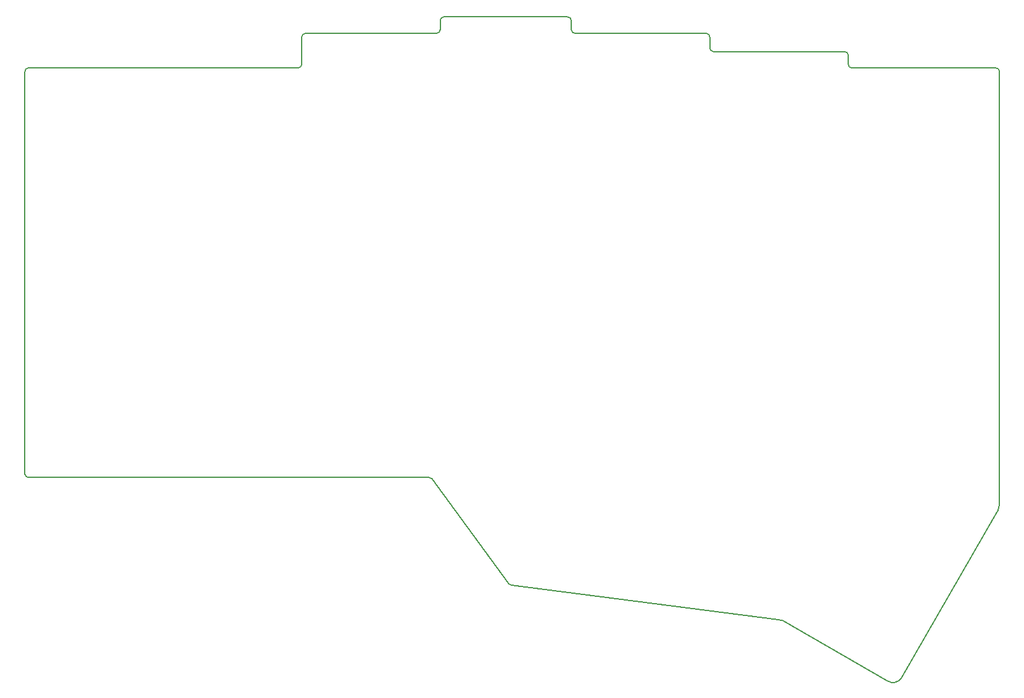
<source format=gm1>
G04 #@! TF.GenerationSoftware,KiCad,Pcbnew,8.0.3*
G04 #@! TF.CreationDate,2024-06-14T21:37:24-03:00*
G04 #@! TF.ProjectId,corne-bottom-plate,636f726e-652d-4626-9f74-746f6d2d706c,2.1*
G04 #@! TF.SameCoordinates,Original*
G04 #@! TF.FileFunction,Profile,NP*
%FSLAX46Y46*%
G04 Gerber Fmt 4.6, Leading zero omitted, Abs format (unit mm)*
G04 Created by KiCad (PCBNEW 8.0.3) date 2024-06-14 21:37:24*
%MOMM*%
%LPD*%
G01*
G04 APERTURE LIST*
G04 #@! TA.AperFunction,Profile*
%ADD10C,0.150000*%
G04 #@! TD*
G04 APERTURE END LIST*
D10*
X61500000Y-124250000D02*
G75*
G02*
X61000000Y-123750000I0J500000D01*
G01*
X98500000Y-68000000D02*
X61500000Y-68000000D01*
X135500000Y-61000000D02*
X118500000Y-61000000D01*
X165075000Y-143900000D02*
X179369251Y-152160956D01*
X154500000Y-63250000D02*
G75*
G02*
X155000000Y-63750000I0J-500000D01*
G01*
X118000000Y-61500000D02*
X118000000Y-62750000D01*
X164420556Y-143770344D02*
G75*
G02*
X165074999Y-143900002I-333156J-3398056D01*
G01*
X173500000Y-65750000D02*
G75*
G02*
X174000000Y-66250000I0J-500000D01*
G01*
X116500000Y-124250000D02*
X61499995Y-124250000D01*
X99000000Y-63750000D02*
X99000000Y-67500000D01*
X194250000Y-68000000D02*
G75*
G02*
X194750000Y-68500000I0J-500000D01*
G01*
X174500000Y-68000000D02*
G75*
G02*
X174000000Y-67500000I0J500000D01*
G01*
X99000000Y-67500000D02*
G75*
G02*
X98500000Y-68000000I-500000J0D01*
G01*
X116500000Y-124250000D02*
G75*
G02*
X116853553Y-124396447I0J-500000D01*
G01*
X174000000Y-66250000D02*
X174000000Y-67500000D01*
X61000000Y-68500000D02*
G75*
G02*
X61500000Y-68000000I500000J0D01*
G01*
X173500000Y-65750000D02*
X155500000Y-65750000D01*
X118000000Y-62750000D02*
G75*
G02*
X117500000Y-63250000I-500000J0D01*
G01*
X181297263Y-151781465D02*
X194525000Y-128850000D01*
X155500000Y-65750000D02*
G75*
G02*
X155000000Y-65250000I0J500000D01*
G01*
X117500000Y-63250000D02*
X99500000Y-63250000D01*
X155000000Y-65250000D02*
X155000000Y-63750000D01*
X154500000Y-63250000D02*
X136500000Y-63250000D01*
X135500000Y-61000000D02*
G75*
G02*
X136000000Y-61500000I0J-500000D01*
G01*
X61000000Y-68500000D02*
X61000000Y-123750000D01*
X194750000Y-127975000D02*
G75*
G02*
X194522773Y-128847701I-1702300J-22700D01*
G01*
X118000000Y-61500000D02*
G75*
G02*
X118500000Y-61000000I500000J0D01*
G01*
X136500000Y-63250000D02*
G75*
G02*
X136000000Y-62750000I0J500000D01*
G01*
X127750000Y-139000000D02*
G75*
G02*
X127396447Y-138853553I0J500000D01*
G01*
X116853553Y-124396447D02*
X127396447Y-138853553D01*
X181297263Y-151781465D02*
G75*
G02*
X179369283Y-152160908I-1152963J770465D01*
G01*
X127750000Y-139000000D02*
X164420556Y-143770344D01*
X99000000Y-63750000D02*
G75*
G02*
X99500000Y-63250000I500000J0D01*
G01*
X194250000Y-68000000D02*
X174500000Y-68000000D01*
X136000000Y-62750000D02*
X136000000Y-61500000D01*
X194750000Y-68500000D02*
X194750000Y-127975000D01*
M02*

</source>
